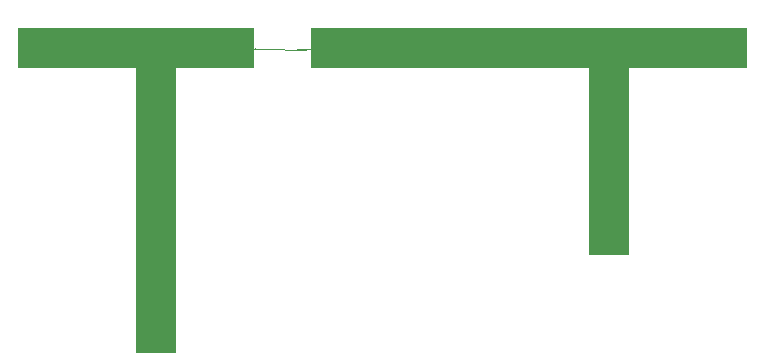
<source format=gbr>
G04 ===== Begin FILE IDENTIFICATION =====*
G04 File Format:  Gerber RS274X*
G04 ===== End FILE IDENTIFICATION =====*
%FSLAX24Y24*%
%MOIN*%
%SFA1.0B1.0*%
%OFA0.0B0.0*%
%ADD14R,0.132283X0.952756*%
%ADD15R,0.261811X0.132283*%
%ADD16R,0.393701X0.132283*%
%ADD17R,0.132283X0.625984*%
%ADD18R,0.925197X0.132283*%
%ADD19C,0.000984*%
%LNcond*%
%IPPOS*%
%LPD*%
G75*
G36*
G01X4404Y701D02*
G01Y-622D01*
G01X5727D01*
G01Y701D01*
G01X5066D01*
G01X4404D01*
G37*
D14*
X5066Y-5386D03*
D15*
X7036Y39D03*
D16*
X2436D03*
G36*
G01X19492Y701D02*
G01Y-622D01*
G01X20815D01*
G01Y701D01*
G01X20154D01*
G01X19492D01*
G37*
D17*
X20154Y-3752D03*
D18*
X14866Y39D03*
D16*
X22783D03*
D19*
G01X8345D02*
G01Y0D01*
G01X7873Y39D01*
G01X8621Y0D01*
G01X10049Y-39D01*
G01X9773Y0D01*
G01X10240D01*
G01Y39D01*
M02*


</source>
